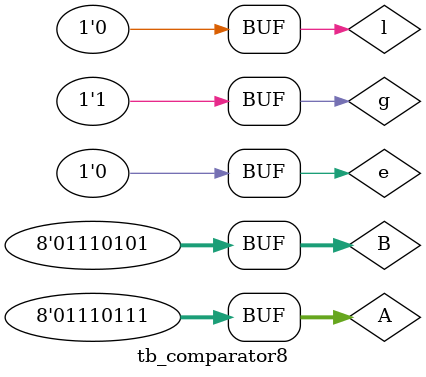
<source format=v>
/*--  *******************************************************
--  Computer Architecture Course, Laboratory Sources 
--  Amirkabir University of Technology (Tehran Polytechnic)
--  Department of Computer Engineering (CE-AUT)
--  https://ce[dot]aut[dot]ac[dot]ir
--  *******************************************************
--  All Rights reserved (C) 2019-2020
--  *******************************************************
--  Student ID  : 
--  Student Name: 
--  Student Mail: 
--  *******************************************************
--  Additional Comments:
--
--*/

/*-----------------------------------------------------------
---  Module Name: 8 Bits Comparator
---  Description: Lab 06 Part 3
-----------------------------------------------------------*/
`timescale 1 ns/1 ns

module comparator8 (
	input [7:0] A ,
	input [7:0] B ,
	input l ,
	input e ,
	input g ,
	output lt ,
	output et ,
	output gt
);

	wire [1:0]ll;
	wire [1:0]gg;
	wire [1:0]ee;
	
	comparator3 c1(A[2:0],B[2:0],1'b0,1'b1,1'b0,ll[0],ee[0],gg[0]);
	comparator3 c2(A[5:3],B[5:3],ll[0],ee[0],gg[0],ll[1],ee[1],gg[1]);
	comparator3 c3({1'b0 , A[7:6]},{1'b0,B[7:6]},ll[1],ee[1],gg[1],lt,et,gt);


endmodule






module tb_comparator8 ();

reg [7:0] A;
reg [7:0] B;
reg l;
reg e;
reg g;
wire lt;
wire et;
wire gt;

	comparator8 test_comparator8 (.A(A), .B(B), .l(l), .e(e), .g(g), .lt(lt), .et(et), .gt(gt));


	initial 
		begin
		
		A = 8'b01000111;
		B = 8'b01101000;
		
		l = 1'b0;
		e = 1'b1;
		g = 1'b0;
		#10;
		
		
		l = 1'b1;
		e = 1'b0;
		g = 1'b0;
		#10;
		
		
		l = 1'b0;
		e = 1'b0;
		g = 1'b1;
		#10;
		
		
		
		A = 8'b01110111;
		B = 8'b01101000;
		
		l = 1'b0;
		e = 1'b1;
		g = 1'b0;
		#10;
		
		
		l = 1'b1;
		e = 1'b0;
		g = 1'b0;
		#10;
		
		
		l = 1'b0;
		e = 1'b0;
		g = 1'b1;
		#10;
		
		
		
		A = 8'b01110111;
		B = 8'b01110111;
		
		l = 1'b0;
		e = 1'b1;
		g = 1'b0;
		#10;
		
		
		l = 1'b1;
		e = 1'b0;
		g = 1'b0;
		#10;
		
		
		l = 1'b0;
		e = 1'b0;
		g = 1'b1;
		#10;
		
		
		A = 8'b01110111;
		B = 8'b01110101;
		
		l = 1'b0;
		e = 1'b1;
		g = 1'b0;
		#10;
		
		
		l = 1'b1;
		e = 1'b0;
		g = 1'b0;
		#10;
		
		
		l = 1'b0;
		e = 1'b0;
		g = 1'b1;
		#10;
		
	end

endmodule
</source>
